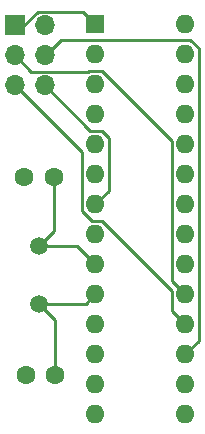
<source format=gbr>
%TF.GenerationSoftware,KiCad,Pcbnew,(5.1.7)-1*%
%TF.CreationDate,2021-02-08T15:15:02+01:00*%
%TF.ProjectId,usbasp16Mhz,75736261-7370-4313-964d-687a2e6b6963,rev?*%
%TF.SameCoordinates,Original*%
%TF.FileFunction,Copper,L1,Top*%
%TF.FilePolarity,Positive*%
%FSLAX46Y46*%
G04 Gerber Fmt 4.6, Leading zero omitted, Abs format (unit mm)*
G04 Created by KiCad (PCBNEW (5.1.7)-1) date 2021-02-08 15:15:02*
%MOMM*%
%LPD*%
G01*
G04 APERTURE LIST*
%TA.AperFunction,ComponentPad*%
%ADD10R,1.700000X1.700000*%
%TD*%
%TA.AperFunction,ComponentPad*%
%ADD11O,1.700000X1.700000*%
%TD*%
%TA.AperFunction,ComponentPad*%
%ADD12R,1.600000X1.600000*%
%TD*%
%TA.AperFunction,ComponentPad*%
%ADD13O,1.600000X1.600000*%
%TD*%
%TA.AperFunction,ComponentPad*%
%ADD14C,1.500000*%
%TD*%
%TA.AperFunction,ComponentPad*%
%ADD15C,1.600000*%
%TD*%
%TA.AperFunction,Conductor*%
%ADD16C,0.250000*%
%TD*%
G04 APERTURE END LIST*
D10*
%TO.P,J1,1*%
%TO.N,/RST*%
X133800000Y-87000000D03*
D11*
%TO.P,J1,2*%
%TO.N,GND*%
X136340000Y-87000000D03*
%TO.P,J1,3*%
%TO.N,/SCK*%
X133800000Y-89540000D03*
%TO.P,J1,4*%
%TO.N,/MOSI*%
X136340000Y-89540000D03*
%TO.P,J1,5*%
%TO.N,/MISO*%
X133800000Y-92080000D03*
%TO.P,J1,6*%
%TO.N,/VCC*%
X136340000Y-92080000D03*
%TD*%
D12*
%TO.P,U1,1*%
%TO.N,/RST*%
X140600000Y-86900000D03*
D13*
%TO.P,U1,15*%
%TO.N,N/C*%
X148220000Y-119920000D03*
%TO.P,U1,2*%
X140600000Y-89440000D03*
%TO.P,U1,16*%
X148220000Y-117380000D03*
%TO.P,U1,3*%
X140600000Y-91980000D03*
%TO.P,U1,17*%
%TO.N,/MOSI*%
X148220000Y-114840000D03*
%TO.P,U1,4*%
%TO.N,N/C*%
X140600000Y-94520000D03*
%TO.P,U1,18*%
%TO.N,/MISO*%
X148220000Y-112300000D03*
%TO.P,U1,5*%
%TO.N,N/C*%
X140600000Y-97060000D03*
%TO.P,U1,19*%
%TO.N,/SCK*%
X148220000Y-109760000D03*
%TO.P,U1,6*%
%TO.N,N/C*%
X140600000Y-99600000D03*
%TO.P,U1,20*%
X148220000Y-107220000D03*
%TO.P,U1,7*%
%TO.N,/VCC*%
X140600000Y-102140000D03*
%TO.P,U1,21*%
%TO.N,N/C*%
X148220000Y-104680000D03*
%TO.P,U1,8*%
%TO.N,GND*%
X140600000Y-104680000D03*
%TO.P,U1,22*%
X148220000Y-102140000D03*
%TO.P,U1,9*%
%TO.N,/XTAL1*%
X140600000Y-107220000D03*
%TO.P,U1,23*%
%TO.N,N/C*%
X148220000Y-99600000D03*
%TO.P,U1,10*%
%TO.N,Net-(C2-Pad2)*%
X140600000Y-109760000D03*
%TO.P,U1,24*%
%TO.N,N/C*%
X148220000Y-97060000D03*
%TO.P,U1,11*%
X140600000Y-112300000D03*
%TO.P,U1,25*%
X148220000Y-94520000D03*
%TO.P,U1,12*%
X140600000Y-114840000D03*
%TO.P,U1,26*%
X148220000Y-91980000D03*
%TO.P,U1,13*%
X140600000Y-117380000D03*
%TO.P,U1,27*%
X148220000Y-89440000D03*
%TO.P,U1,14*%
X140600000Y-119920000D03*
%TO.P,U1,28*%
X148220000Y-86900000D03*
%TD*%
D14*
%TO.P,Y1,1*%
%TO.N,/XTAL1*%
X135800000Y-105700000D03*
%TO.P,Y1,2*%
%TO.N,Net-(C2-Pad2)*%
X135800000Y-110580000D03*
%TD*%
D15*
%TO.P,C2,1*%
%TO.N,GND*%
X134700000Y-116600000D03*
%TO.P,C2,2*%
%TO.N,Net-(C2-Pad2)*%
X137200000Y-116600000D03*
%TD*%
%TO.P,C1,1*%
%TO.N,GND*%
X134600000Y-99800000D03*
%TO.P,C1,2*%
%TO.N,/XTAL1*%
X137100000Y-99800000D03*
%TD*%
D16*
%TO.N,Net-(C2-Pad2)*%
X139780000Y-110580000D02*
X140600000Y-109760000D01*
X135800000Y-110580000D02*
X139780000Y-110580000D01*
X137200000Y-111980000D02*
X135800000Y-110580000D01*
X137200000Y-116600000D02*
X137200000Y-111980000D01*
%TO.N,/XTAL1*%
X139080000Y-105700000D02*
X140600000Y-107220000D01*
X135800000Y-105700000D02*
X139080000Y-105700000D01*
X137100000Y-104400000D02*
X135800000Y-105700000D01*
X137100000Y-99800000D02*
X137100000Y-104400000D01*
%TO.N,/RST*%
X139524999Y-85824999D02*
X140600000Y-86900000D01*
X135775999Y-85824999D02*
X139524999Y-85824999D01*
X134600998Y-87000000D02*
X135775999Y-85824999D01*
X133800000Y-87000000D02*
X134600998Y-87000000D01*
%TO.N,/SCK*%
X147094999Y-96809997D02*
X147094999Y-108634999D01*
X141140001Y-90854999D02*
X147094999Y-96809997D01*
X140059999Y-90854999D02*
X141140001Y-90854999D01*
X147094999Y-108634999D02*
X148220000Y-109760000D01*
X133800000Y-89540000D02*
X135164999Y-90904999D01*
X140009999Y-90904999D02*
X140059999Y-90854999D01*
X136904999Y-90904999D02*
X140009999Y-90904999D01*
X135164999Y-90904999D02*
X136904999Y-90904999D01*
X136904999Y-90904999D02*
X137048589Y-90904999D01*
%TO.N,/MOSI*%
X149345001Y-113714999D02*
X148220000Y-114840000D01*
X148645002Y-88200000D02*
X149345001Y-88899999D01*
X137700000Y-88200000D02*
X148645002Y-88200000D01*
X149345001Y-88899999D02*
X149345001Y-91645001D01*
X136340000Y-89560000D02*
X137700000Y-88200000D01*
X136340000Y-89540000D02*
X136340000Y-89560000D01*
X149345001Y-91645001D02*
X149345001Y-113714999D01*
X149345001Y-91439999D02*
X149345001Y-91645001D01*
%TO.N,/MISO*%
X147094999Y-111174999D02*
X148220000Y-112300000D01*
X147094999Y-109509997D02*
X147094999Y-111174999D01*
X141140001Y-103554999D02*
X147094999Y-109509997D01*
X140349997Y-103554999D02*
X141140001Y-103554999D01*
X139474999Y-102680001D02*
X140349997Y-103554999D01*
X139474999Y-97754999D02*
X139474999Y-102680001D01*
X133800000Y-92080000D02*
X139474999Y-97754999D01*
%TO.N,/VCC*%
X141725001Y-101014999D02*
X140600000Y-102140000D01*
X141725001Y-96519999D02*
X141725001Y-101014999D01*
X141140001Y-95934999D02*
X141725001Y-96519999D01*
X140194999Y-95934999D02*
X141140001Y-95934999D01*
X136340000Y-92080000D02*
X140194999Y-95934999D01*
%TD*%
M02*

</source>
